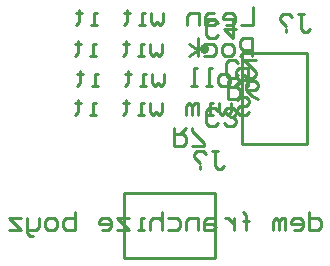
<source format=gbo>
G04 Layer_Color=13813960*
%FSLAX25Y25*%
%MOIN*%
G70*
G01*
G75*
%ADD23C,0.01000*%
%ADD75C,0.01575*%
D23*
X319291Y307480D02*
Y337795D01*
Y307480D02*
X340945D01*
Y337795D01*
X319291D02*
X340945D01*
X279921Y290945D02*
X310236D01*
X279921Y269291D02*
Y290945D01*
Y269291D02*
X310236D01*
Y290945D01*
X309328Y305130D02*
X311327D01*
X310328D01*
Y300131D01*
X311327Y299131D01*
X312327D01*
X313327Y300131D01*
X307329Y304130D02*
X306329Y305130D01*
X304330D01*
X303330Y304130D01*
Y303130D01*
X305329Y301131D01*
Y300131D02*
Y299131D01*
X338037Y350824D02*
X340037D01*
X339037D01*
Y345826D01*
X340037Y344826D01*
X341037D01*
X342036Y345826D01*
X336038Y349824D02*
X335038Y350824D01*
X333039D01*
X332039Y349824D01*
Y348825D01*
X334039Y346825D01*
Y345826D02*
Y344826D01*
X314567Y328445D02*
Y322447D01*
X317566D01*
X318566Y323446D01*
Y325446D01*
X317566Y326446D01*
X314567D01*
X316566D02*
X318566Y328445D01*
X324564Y322447D02*
X322564Y323446D01*
X320565Y325446D01*
Y327445D01*
X321565Y328445D01*
X323564D01*
X324564Y327445D01*
Y326446D01*
X323564Y325446D01*
X320565D01*
X296457Y312598D02*
Y306600D01*
X299456D01*
X300455Y307600D01*
Y309599D01*
X299456Y310599D01*
X296457D01*
X298456D02*
X300455Y312598D01*
X302455Y306600D02*
X306453D01*
Y307600D01*
X302455Y311599D01*
Y312598D01*
X317877Y330435D02*
X316877Y329435D01*
X314878D01*
X313878Y330435D01*
Y334433D01*
X314878Y335433D01*
X316877D01*
X317877Y334433D01*
X323875Y335433D02*
X319876D01*
X323875Y331434D01*
Y330435D01*
X322875Y329435D01*
X320876D01*
X319876Y330435D01*
X311381Y314293D02*
X310381Y313293D01*
X308382D01*
X307382Y314293D01*
Y318292D01*
X308382Y319291D01*
X310381D01*
X311381Y318292D01*
X313380Y314293D02*
X314380Y313293D01*
X316379D01*
X317379Y314293D01*
Y315293D01*
X316379Y316292D01*
X315379D01*
X316379D01*
X317379Y317292D01*
Y318292D01*
X316379Y319291D01*
X314380D01*
X313380Y318292D01*
X311085Y343624D02*
X310086Y342624D01*
X308086D01*
X307087Y343624D01*
Y347622D01*
X308086Y348622D01*
X310086D01*
X311085Y347622D01*
X316084Y348622D02*
Y342624D01*
X313085Y345623D01*
X317083D01*
X322835Y352849D02*
Y346850D01*
X318836D01*
X313838D02*
X315837D01*
X316837Y347850D01*
Y349849D01*
X315837Y350849D01*
X313838D01*
X312838Y349849D01*
Y348850D01*
X316837D01*
X309839Y350849D02*
X307839D01*
X306840Y349849D01*
Y346850D01*
X309839D01*
X310839Y347850D01*
X309839Y348850D01*
X306840D01*
X304840Y346850D02*
Y350849D01*
X301841D01*
X300842Y349849D01*
Y346850D01*
X292844Y350849D02*
Y347850D01*
X291845Y346850D01*
X290845Y347850D01*
X289845Y346850D01*
X288846Y347850D01*
Y350849D01*
X286846Y346850D02*
X284847D01*
X285847D01*
Y350849D01*
X286846D01*
X280848Y351849D02*
Y350849D01*
X281848D01*
X279849D01*
X280848D01*
Y347850D01*
X279849Y346850D01*
X270851D02*
X268852D01*
X269852D01*
Y350849D01*
X270851D01*
X264853Y351849D02*
Y350849D01*
X265853D01*
X263854D01*
X264853D01*
Y347850D01*
X263854Y346850D01*
X322441Y336614D02*
Y342612D01*
X319442D01*
X318442Y341613D01*
Y339613D01*
X319442Y338614D01*
X322441D01*
X320442D02*
X318442Y336614D01*
X315443D02*
X313444D01*
X312444Y337614D01*
Y339613D01*
X313444Y340613D01*
X315443D01*
X316443Y339613D01*
Y337614D01*
X315443Y336614D01*
X306446Y340613D02*
X309445D01*
X310445Y339613D01*
Y337614D01*
X309445Y336614D01*
X306446D01*
X304447D02*
Y342612D01*
Y338614D02*
X301448Y340613D01*
X304447Y338614D02*
X301448Y336614D01*
X292451Y340613D02*
Y337614D01*
X291451Y336614D01*
X290451Y337614D01*
X289452Y336614D01*
X288452Y337614D01*
Y340613D01*
X286453Y336614D02*
X284453D01*
X285453D01*
Y340613D01*
X286453D01*
X280454Y341613D02*
Y340613D01*
X281454D01*
X279455D01*
X280454D01*
Y337614D01*
X279455Y336614D01*
X270458D02*
X268458D01*
X269458D01*
Y340613D01*
X270458D01*
X264460Y341613D02*
Y340613D01*
X265459D01*
X263460D01*
X264460D01*
Y337614D01*
X263460Y336614D01*
X321260Y326772D02*
Y332770D01*
X318261D01*
X317261Y331770D01*
Y329771D01*
X318261Y328771D01*
X321260D01*
X319261D02*
X317261Y326772D01*
X314262D02*
X312263D01*
X311263Y327771D01*
Y329771D01*
X312263Y330770D01*
X314262D01*
X315262Y329771D01*
Y327771D01*
X314262Y326772D01*
X309264D02*
X307264D01*
X308264D01*
Y332770D01*
X309264D01*
X304265Y326772D02*
X302266D01*
X303266D01*
Y332770D01*
X304265D01*
X293269Y330770D02*
Y327771D01*
X292269Y326772D01*
X291269Y327771D01*
X290270Y326772D01*
X289270Y327771D01*
Y330770D01*
X287271Y326772D02*
X285272D01*
X286271D01*
Y330770D01*
X287271D01*
X281273Y331770D02*
Y330770D01*
X282273D01*
X280273D01*
X281273D01*
Y327771D01*
X280273Y326772D01*
X271276D02*
X269277D01*
X270276D01*
Y330770D01*
X271276D01*
X265278Y331770D02*
Y330770D01*
X266278D01*
X264278D01*
X265278D01*
Y327771D01*
X264278Y326772D01*
X317655Y321927D02*
X318654Y322927D01*
X320654D01*
X321654Y321927D01*
Y320928D01*
X320654Y319928D01*
X318654D01*
X317655Y318929D01*
Y317929D01*
X318654Y316929D01*
X320654D01*
X321654Y317929D01*
X315655Y320928D02*
Y317929D01*
X314656Y316929D01*
X313656Y317929D01*
X312656Y316929D01*
X311657Y317929D01*
Y320928D01*
X309657Y316929D02*
X307658D01*
X308658D01*
Y320928D01*
X309657D01*
X304659Y316929D02*
Y320928D01*
X303659D01*
X302660Y319928D01*
Y316929D01*
Y319928D01*
X301660Y320928D01*
X300660Y319928D01*
Y316929D01*
X292663Y320928D02*
Y317929D01*
X291663Y316929D01*
X290664Y317929D01*
X289664Y316929D01*
X288664Y317929D01*
Y320928D01*
X286665Y316929D02*
X284665D01*
X285665D01*
Y320928D01*
X286665D01*
X280667Y321927D02*
Y320928D01*
X281666D01*
X279667D01*
X280667D01*
Y317929D01*
X279667Y316929D01*
X270670D02*
X268671D01*
X269670D01*
Y320928D01*
X270670D01*
X264672Y321927D02*
Y320928D01*
X265672D01*
X263672D01*
X264672D01*
Y317929D01*
X263672Y316929D01*
X341671Y284738D02*
Y278740D01*
X344670D01*
X345669Y279740D01*
Y281739D01*
X344670Y282739D01*
X341671D01*
X336672Y278740D02*
X338671D01*
X339671Y279740D01*
Y281739D01*
X338671Y282739D01*
X336672D01*
X335672Y281739D01*
Y280739D01*
X339671D01*
X333673Y278740D02*
Y282739D01*
X332674D01*
X331674Y281739D01*
Y278740D01*
Y281739D01*
X330674Y282739D01*
X329675Y281739D01*
Y278740D01*
X320677D02*
Y283738D01*
Y281739D01*
X321677D01*
X319678D01*
X320677D01*
Y283738D01*
X319678Y284738D01*
X316679Y282739D02*
Y278740D01*
Y280739D01*
X315679Y281739D01*
X314679Y282739D01*
X313680D01*
X309681D02*
X307682D01*
X306682Y281739D01*
Y278740D01*
X309681D01*
X310681Y279740D01*
X309681Y280739D01*
X306682D01*
X304682Y278740D02*
Y282739D01*
X301683D01*
X300684Y281739D01*
Y278740D01*
X294686Y282739D02*
X297685D01*
X298685Y281739D01*
Y279740D01*
X297685Y278740D01*
X294686D01*
X292686Y284738D02*
Y278740D01*
Y281739D01*
X291687Y282739D01*
X289687D01*
X288688Y281739D01*
Y278740D01*
X286688D02*
X284689D01*
X285689D01*
Y282739D01*
X286688D01*
X281690D02*
X277691D01*
X281690Y278740D01*
X277691D01*
X272693D02*
X274692D01*
X275692Y279740D01*
Y281739D01*
X274692Y282739D01*
X272693D01*
X271693Y281739D01*
Y280739D01*
X275692D01*
X263696Y284738D02*
Y278740D01*
X260697D01*
X259697Y279740D01*
Y280739D01*
Y281739D01*
X260697Y282739D01*
X263696D01*
X256698Y278740D02*
X254699D01*
X253699Y279740D01*
Y281739D01*
X254699Y282739D01*
X256698D01*
X257698Y281739D01*
Y279740D01*
X256698Y278740D01*
X251700Y282739D02*
Y279740D01*
X250700Y278740D01*
X247701D01*
Y277741D01*
X248701Y276741D01*
X249700D01*
X247701Y278740D02*
Y282739D01*
X245702D02*
X241703D01*
X245702Y278740D01*
X241703D01*
D75*
X307480Y338976D02*
G03*
X307480Y338976I-787J0D01*
G01*
M02*

</source>
